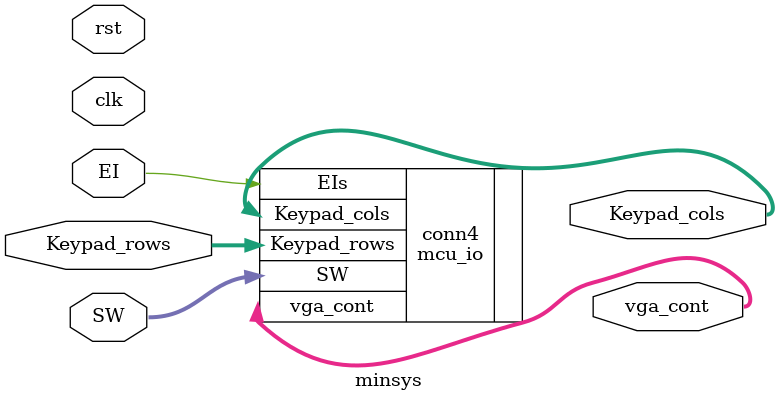
<source format=v>
`include "mcu.v"
`include "mcu_io.v"

module minsys(
    input clk,
    input rst,
    input EI,
    input [7:0] SW,
    output [9:0] vga_cont,
    input [3:0] Keypad_rows,
    output [3:0] Keypad_cols 
);

wire [7:0] sw_pos_wire;
wire [7:0] Decoded_keyboard_wire;
wire [7:0] Grid_Position_wire;
wire [7:0] Color_wire;

mcu conn3(
    .rst(rst),
    .clk(clk),
    .mcu_input(sw_pos_wire),
    .KB(Decoded_keyboard_wire),
    .Output_MSB(Grid_Position_wire),
    .Output_LSB(Color_wire)
);

mcu_io conn4(
    .EIs(EI),
    .SW(SW),
    .vga_cont(vga_cont),
    .Keypad_rows(Keypad_rows),
    .Keypad_cols(Keypad_cols)
);

endmodule
</source>
